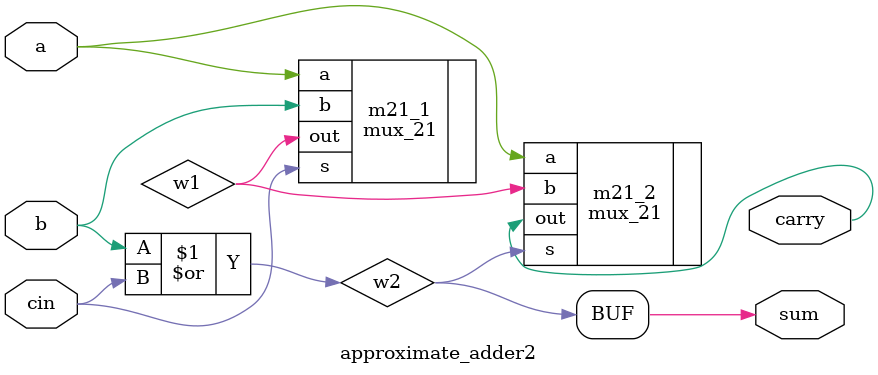
<source format=v>

module approximate_adder2 (input a,b,cin,
                          output sum,carry);
  
  wire w1,w2;
  or o2_i(w2,b,cin);
  mux_21 m21_1 (.a(a),.b(b),.s(cin),.out(w1));
  mux_21 m21_2 (.a(a),.b(w1),.s(w2),.out(carry));
  assign sum=w2;
  
endmodule
</source>
